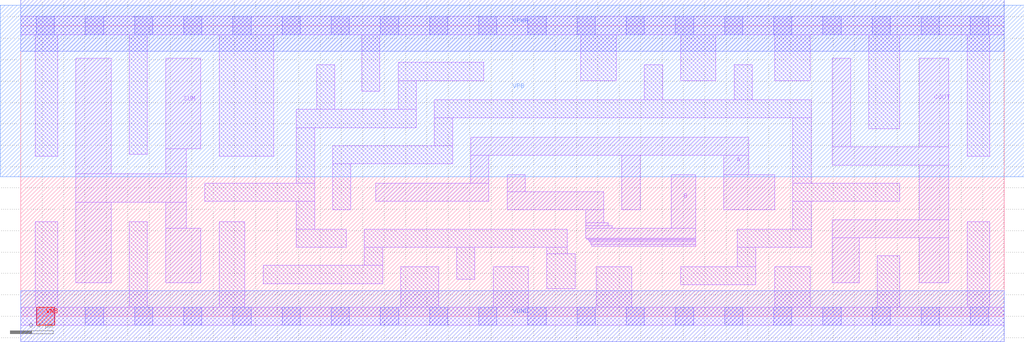
<source format=lef>
# Copyright 2020 The SkyWater PDK Authors
#
# Licensed under the Apache License, Version 2.0 (the "License");
# you may not use this file except in compliance with the License.
# You may obtain a copy of the License at
#
#     https://www.apache.org/licenses/LICENSE-2.0
#
# Unless required by applicable law or agreed to in writing, software
# distributed under the License is distributed on an "AS IS" BASIS,
# WITHOUT WARRANTIES OR CONDITIONS OF ANY KIND, either express or implied.
# See the License for the specific language governing permissions and
# limitations under the License.
#
# SPDX-License-Identifier: Apache-2.0

VERSION 5.7 ;
  NOWIREEXTENSIONATPIN ON ;
  DIVIDERCHAR "/" ;
  BUSBITCHARS "[]" ;
MACRO sky130_fd_sc_hd__ha_4
  CLASS CORE ;
  FOREIGN sky130_fd_sc_hd__ha_4 ;
  ORIGIN  0.000000  0.000000 ;
  SIZE  9.200000 BY  2.720000 ;
  SYMMETRY X Y R90 ;
  SITE unithd ;
  PIN A
    ANTENNAGATEAREA  0.990000 ;
    DIRECTION INPUT ;
    USE SIGNAL ;
    PORT
      LAYER li1 ;
        RECT 3.320000 1.075000 4.380000 1.245000 ;
        RECT 4.210000 1.245000 4.380000 1.505000 ;
        RECT 4.210000 1.505000 6.810000 1.675000 ;
        RECT 5.625000 0.995000 5.795000 1.505000 ;
        RECT 6.580000 0.995000 7.055000 1.325000 ;
        RECT 6.580000 1.325000 6.810000 1.505000 ;
    END
  END A
  PIN B
    ANTENNAGATEAREA  0.990000 ;
    DIRECTION INPUT ;
    USE SIGNAL ;
    PORT
      LAYER li1 ;
        RECT 4.550000 0.995000 5.455000 1.165000 ;
        RECT 4.550000 1.165000 4.720000 1.325000 ;
        RECT 5.285000 0.730000 6.315000 0.825000 ;
        RECT 5.285000 0.825000 5.535000 0.845000 ;
        RECT 5.285000 0.845000 5.495000 0.875000 ;
        RECT 5.285000 0.875000 5.455000 0.995000 ;
        RECT 5.295000 0.720000 6.315000 0.730000 ;
        RECT 5.310000 0.710000 6.315000 0.720000 ;
        RECT 5.320000 0.695000 6.315000 0.710000 ;
        RECT 5.335000 0.675000 6.315000 0.695000 ;
        RECT 5.345000 0.655000 6.315000 0.675000 ;
        RECT 6.085000 0.825000 6.315000 1.325000 ;
    END
  END B
  PIN COUT
    ANTENNADIFFAREA  0.891000 ;
    DIRECTION OUTPUT ;
    USE SIGNAL ;
    PORT
      LAYER li1 ;
        RECT 7.595000 0.315000 7.845000 0.735000 ;
        RECT 7.595000 0.735000 8.685000 0.905000 ;
        RECT 7.595000 1.415000 8.685000 1.585000 ;
        RECT 7.595000 1.585000 7.765000 2.415000 ;
        RECT 8.405000 0.315000 8.685000 0.735000 ;
        RECT 8.405000 0.905000 8.685000 1.415000 ;
        RECT 8.405000 1.585000 8.685000 2.415000 ;
    END
  END COUT
  PIN SUM
    ANTENNADIFFAREA  0.891000 ;
    DIRECTION OUTPUT ;
    USE SIGNAL ;
    PORT
      LAYER li1 ;
        RECT 0.515000 0.315000 0.845000 1.065000 ;
        RECT 0.515000 1.065000 1.550000 1.335000 ;
        RECT 0.515000 1.335000 0.845000 2.415000 ;
        RECT 1.355000 0.315000 1.685000 0.825000 ;
        RECT 1.355000 0.825000 1.550000 1.065000 ;
        RECT 1.355000 1.335000 1.550000 1.565000 ;
        RECT 1.355000 1.565000 1.685000 2.415000 ;
    END
  END SUM
  PIN VGND
    DIRECTION INOUT ;
    SHAPE ABUTMENT ;
    USE GROUND ;
    PORT
      LAYER met1 ;
        RECT 0.000000 -0.240000 9.200000 0.240000 ;
    END
  END VGND
  PIN VNB
    DIRECTION INOUT ;
    USE GROUND ;
    PORT
      LAYER pwell ;
        RECT 0.150000 -0.085000 0.320000 0.085000 ;
    END
  END VNB
  PIN VPB
    DIRECTION INOUT ;
    USE POWER ;
    PORT
      LAYER nwell ;
        RECT -0.190000 1.305000 9.390000 2.910000 ;
    END
  END VPB
  PIN VPWR
    DIRECTION INOUT ;
    SHAPE ABUTMENT ;
    USE POWER ;
    PORT
      LAYER met1 ;
        RECT 0.000000 2.480000 9.200000 2.960000 ;
    END
  END VPWR
  OBS
    LAYER li1 ;
      RECT 0.000000 -0.085000 9.200000 0.085000 ;
      RECT 0.000000  2.635000 9.200000 2.805000 ;
      RECT 0.135000  0.085000 0.345000 0.885000 ;
      RECT 0.135000  1.495000 0.345000 2.635000 ;
      RECT 1.015000  0.085000 1.185000 0.885000 ;
      RECT 1.015000  1.515000 1.185000 2.635000 ;
      RECT 1.720000  1.075000 2.750000 1.245000 ;
      RECT 1.855000  0.085000 2.095000 0.885000 ;
      RECT 1.855000  1.495000 2.365000 2.635000 ;
      RECT 2.270000  0.305000 3.385000 0.475000 ;
      RECT 2.580000  0.645000 3.045000 0.815000 ;
      RECT 2.580000  0.815000 2.750000 1.075000 ;
      RECT 2.580000  1.245000 2.750000 1.765000 ;
      RECT 2.580000  1.765000 3.700000 1.935000 ;
      RECT 2.770000  1.935000 2.940000 2.355000 ;
      RECT 2.920000  0.995000 3.090000 1.425000 ;
      RECT 2.920000  1.425000 4.040000 1.595000 ;
      RECT 3.190000  2.105000 3.360000 2.635000 ;
      RECT 3.215000  0.475000 3.385000 0.645000 ;
      RECT 3.215000  0.645000 5.115000 0.815000 ;
      RECT 3.530000  1.935000 3.700000 2.205000 ;
      RECT 3.530000  2.205000 4.330000 2.375000 ;
      RECT 3.555000  0.085000 3.910000 0.465000 ;
      RECT 3.870000  1.595000 4.040000 1.855000 ;
      RECT 3.870000  1.855000 7.395000 2.025000 ;
      RECT 4.080000  0.345000 4.250000 0.645000 ;
      RECT 4.420000  0.085000 4.750000 0.465000 ;
      RECT 4.920000  0.255000 5.190000 0.585000 ;
      RECT 4.920000  0.585000 5.115000 0.645000 ;
      RECT 5.240000  2.205000 5.570000 2.635000 ;
      RECT 5.385000  0.085000 5.715000 0.465000 ;
      RECT 5.835000  2.025000 6.005000 2.355000 ;
      RECT 6.175000  0.295000 6.875000 0.465000 ;
      RECT 6.175000  2.205000 6.505000 2.635000 ;
      RECT 6.675000  2.025000 6.845000 2.355000 ;
      RECT 6.705000  0.465000 6.875000 0.645000 ;
      RECT 6.705000  0.645000 7.395000 0.815000 ;
      RECT 7.055000  0.085000 7.385000 0.465000 ;
      RECT 7.055000  2.205000 7.385000 2.635000 ;
      RECT 7.225000  0.815000 7.395000 1.075000 ;
      RECT 7.225000  1.075000 8.225000 1.245000 ;
      RECT 7.225000  1.245000 7.395000 1.855000 ;
      RECT 7.935000  1.755000 8.225000 2.635000 ;
      RECT 8.015000  0.085000 8.225000 0.565000 ;
      RECT 8.855000  0.085000 9.065000 0.885000 ;
      RECT 8.855000  1.495000 9.065000 2.635000 ;
    LAYER mcon ;
      RECT 0.145000 -0.085000 0.315000 0.085000 ;
      RECT 0.145000  2.635000 0.315000 2.805000 ;
      RECT 0.605000 -0.085000 0.775000 0.085000 ;
      RECT 0.605000  2.635000 0.775000 2.805000 ;
      RECT 1.065000 -0.085000 1.235000 0.085000 ;
      RECT 1.065000  2.635000 1.235000 2.805000 ;
      RECT 1.525000 -0.085000 1.695000 0.085000 ;
      RECT 1.525000  2.635000 1.695000 2.805000 ;
      RECT 1.985000 -0.085000 2.155000 0.085000 ;
      RECT 1.985000  2.635000 2.155000 2.805000 ;
      RECT 2.445000 -0.085000 2.615000 0.085000 ;
      RECT 2.445000  2.635000 2.615000 2.805000 ;
      RECT 2.905000 -0.085000 3.075000 0.085000 ;
      RECT 2.905000  2.635000 3.075000 2.805000 ;
      RECT 3.365000 -0.085000 3.535000 0.085000 ;
      RECT 3.365000  2.635000 3.535000 2.805000 ;
      RECT 3.825000 -0.085000 3.995000 0.085000 ;
      RECT 3.825000  2.635000 3.995000 2.805000 ;
      RECT 4.285000 -0.085000 4.455000 0.085000 ;
      RECT 4.285000  2.635000 4.455000 2.805000 ;
      RECT 4.745000 -0.085000 4.915000 0.085000 ;
      RECT 4.745000  2.635000 4.915000 2.805000 ;
      RECT 5.205000 -0.085000 5.375000 0.085000 ;
      RECT 5.205000  2.635000 5.375000 2.805000 ;
      RECT 5.665000 -0.085000 5.835000 0.085000 ;
      RECT 5.665000  2.635000 5.835000 2.805000 ;
      RECT 6.125000 -0.085000 6.295000 0.085000 ;
      RECT 6.125000  2.635000 6.295000 2.805000 ;
      RECT 6.585000 -0.085000 6.755000 0.085000 ;
      RECT 6.585000  2.635000 6.755000 2.805000 ;
      RECT 7.045000 -0.085000 7.215000 0.085000 ;
      RECT 7.045000  2.635000 7.215000 2.805000 ;
      RECT 7.505000 -0.085000 7.675000 0.085000 ;
      RECT 7.505000  2.635000 7.675000 2.805000 ;
      RECT 7.965000 -0.085000 8.135000 0.085000 ;
      RECT 7.965000  2.635000 8.135000 2.805000 ;
      RECT 8.425000 -0.085000 8.595000 0.085000 ;
      RECT 8.425000  2.635000 8.595000 2.805000 ;
      RECT 8.885000 -0.085000 9.055000 0.085000 ;
      RECT 8.885000  2.635000 9.055000 2.805000 ;
  END
END sky130_fd_sc_hd__ha_4
END LIBRARY

</source>
